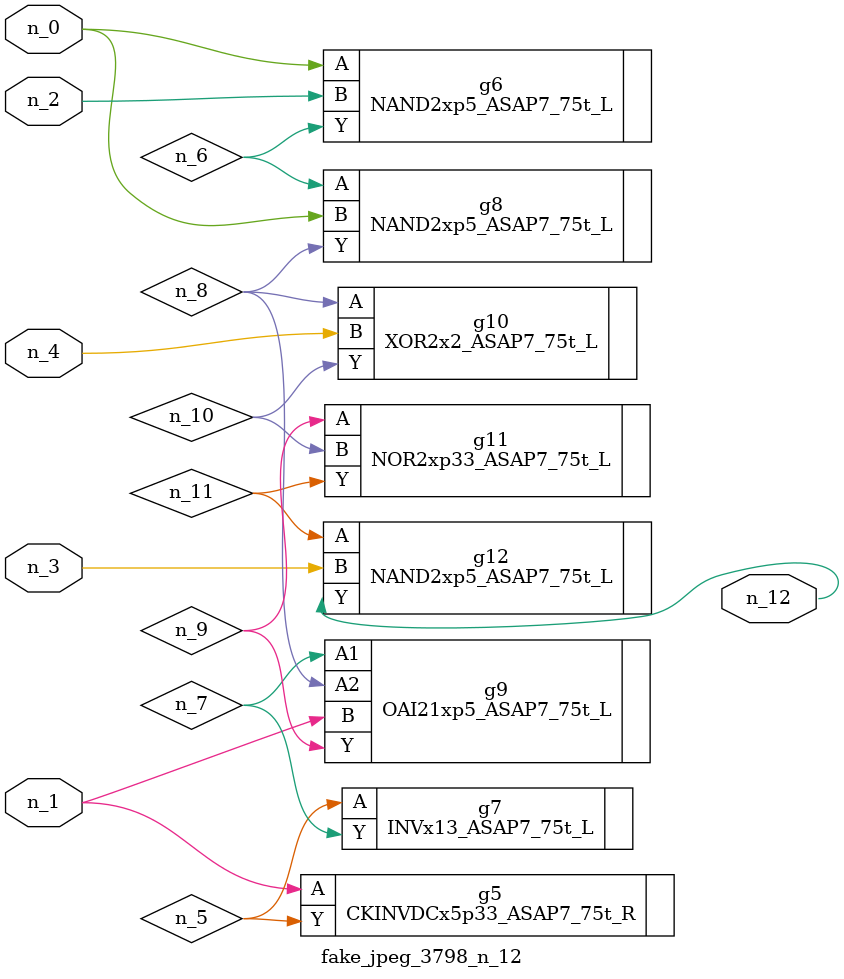
<source format=v>
module fake_jpeg_3798_n_12 (n_3, n_2, n_1, n_0, n_4, n_12);

input n_3;
input n_2;
input n_1;
input n_0;
input n_4;

output n_12;

wire n_11;
wire n_10;
wire n_8;
wire n_9;
wire n_6;
wire n_5;
wire n_7;

CKINVDCx5p33_ASAP7_75t_R g5 ( 
.A(n_1),
.Y(n_5)
);

NAND2xp5_ASAP7_75t_L g6 ( 
.A(n_0),
.B(n_2),
.Y(n_6)
);

INVx13_ASAP7_75t_L g7 ( 
.A(n_5),
.Y(n_7)
);

OAI21xp5_ASAP7_75t_L g9 ( 
.A1(n_7),
.A2(n_8),
.B(n_1),
.Y(n_9)
);

NAND2xp5_ASAP7_75t_L g8 ( 
.A(n_6),
.B(n_0),
.Y(n_8)
);

NOR2xp33_ASAP7_75t_L g11 ( 
.A(n_9),
.B(n_10),
.Y(n_11)
);

XOR2x2_ASAP7_75t_L g10 ( 
.A(n_8),
.B(n_4),
.Y(n_10)
);

NAND2xp5_ASAP7_75t_L g12 ( 
.A(n_11),
.B(n_3),
.Y(n_12)
);


endmodule
</source>
